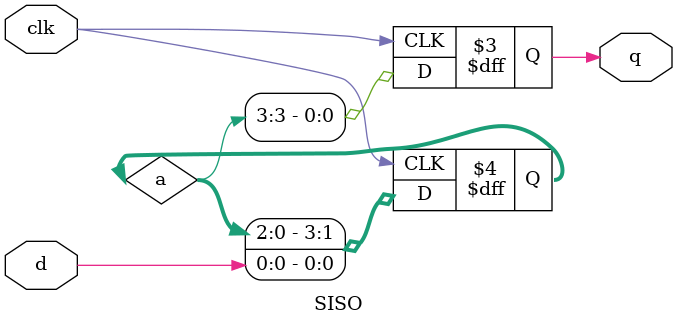
<source format=v>


module SISO(input d ,clk,output reg q);
 reg [3:0] a;

 initial begin q=0;a=0; end

 always@(posedge clk)
  begin 
    a <= {a[2:0],d};
    q=a[3];
    end  
  
   
  endmodule

</source>
